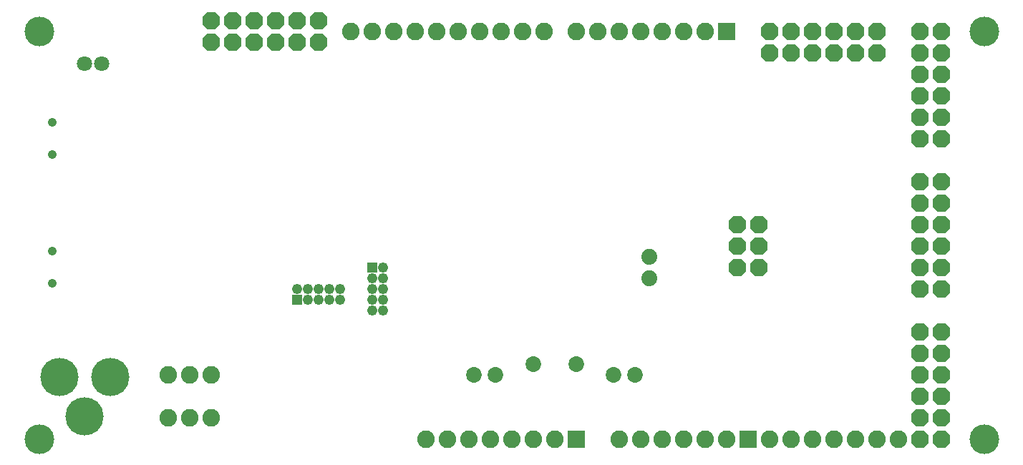
<source format=gbs>
G75*
%MOIN*%
%OFA0B0*%
%FSLAX24Y24*%
%IPPOS*%
%LPD*%
%AMOC8*
5,1,8,0,0,1.08239X$1,22.5*
%
%ADD10C,0.0710*%
%ADD11C,0.1780*%
%ADD12C,0.0820*%
%ADD13R,0.0820X0.0820*%
%ADD14OC8,0.0820*%
%ADD15R,0.0490X0.0490*%
%ADD16C,0.0490*%
%ADD17C,0.0415*%
%ADD18C,0.0730*%
%ADD19C,0.0740*%
%ADD20C,0.1380*%
D10*
X009366Y030000D03*
X010153Y030000D03*
D11*
X010553Y015400D03*
X008191Y015400D03*
X009372Y013550D03*
D12*
X013260Y013500D03*
X014260Y013500D03*
X015260Y013500D03*
X015260Y015500D03*
X014260Y015500D03*
X013260Y015500D03*
X025260Y012500D03*
X026260Y012500D03*
X027260Y012500D03*
X028260Y012500D03*
X029260Y012500D03*
X030260Y012500D03*
X031260Y012500D03*
X034260Y012500D03*
X035260Y012500D03*
X036260Y012500D03*
X037260Y012500D03*
X038260Y012500D03*
X039260Y012500D03*
X041260Y012500D03*
X042260Y012500D03*
X043260Y012500D03*
X044260Y012500D03*
X045260Y012500D03*
X046260Y012500D03*
X047260Y012500D03*
X038260Y031500D03*
X037260Y031500D03*
X036260Y031500D03*
X035260Y031500D03*
X034260Y031500D03*
X033260Y031500D03*
X032260Y031500D03*
X030760Y031500D03*
X029760Y031500D03*
X028760Y031500D03*
X027760Y031500D03*
X026760Y031500D03*
X025760Y031500D03*
X024760Y031500D03*
X023760Y031500D03*
X022760Y031500D03*
X021760Y031500D03*
D13*
X039260Y031500D03*
X040260Y012500D03*
X032260Y012500D03*
D14*
X039760Y020500D03*
X040760Y020500D03*
X040760Y021500D03*
X040760Y022500D03*
X039760Y022500D03*
X039760Y021500D03*
X048260Y021500D03*
X049260Y021500D03*
X049260Y022500D03*
X048260Y022500D03*
X048260Y023500D03*
X049260Y023500D03*
X049260Y024500D03*
X048260Y024500D03*
X048260Y026500D03*
X049260Y026500D03*
X049260Y027500D03*
X048260Y027500D03*
X048260Y028500D03*
X049260Y028500D03*
X049260Y029500D03*
X048260Y029500D03*
X048260Y030500D03*
X049260Y030500D03*
X049260Y031500D03*
X048260Y031500D03*
X046260Y031500D03*
X045260Y031500D03*
X044260Y031500D03*
X043260Y031500D03*
X042260Y031500D03*
X041260Y031500D03*
X041260Y030500D03*
X042260Y030500D03*
X043260Y030500D03*
X044260Y030500D03*
X045260Y030500D03*
X046260Y030500D03*
X048260Y020500D03*
X049260Y020500D03*
X049260Y019500D03*
X048260Y019500D03*
X048260Y017500D03*
X049260Y017500D03*
X049260Y016500D03*
X048260Y016500D03*
X048260Y015500D03*
X049260Y015500D03*
X049260Y014500D03*
X048260Y014500D03*
X048260Y013500D03*
X049260Y013500D03*
X049260Y012500D03*
X048260Y012500D03*
X020260Y031000D03*
X019260Y031000D03*
X018260Y031000D03*
X017260Y031000D03*
X016260Y031000D03*
X015260Y031000D03*
X015260Y032000D03*
X016260Y032000D03*
X017260Y032000D03*
X018260Y032000D03*
X019260Y032000D03*
X020260Y032000D03*
D15*
X022760Y020500D03*
X019260Y019000D03*
D16*
X019760Y019000D03*
X020260Y019000D03*
X020760Y019000D03*
X021260Y019000D03*
X021260Y019500D03*
X020760Y019500D03*
X020260Y019500D03*
X019760Y019500D03*
X019260Y019500D03*
X022760Y019500D03*
X023260Y019500D03*
X023260Y019000D03*
X022760Y019000D03*
X022760Y018500D03*
X023260Y018500D03*
X023260Y020000D03*
X022760Y020000D03*
X023260Y020500D03*
D17*
X007876Y019752D03*
X007876Y021248D03*
X007876Y025752D03*
X007876Y027248D03*
D18*
X027510Y015500D03*
X028510Y015500D03*
X030260Y016000D03*
X032260Y016000D03*
X034010Y015500D03*
X035010Y015500D03*
D19*
X035660Y020000D03*
X035660Y021000D03*
D20*
X007260Y012500D03*
X007260Y031500D03*
X051260Y031500D03*
X051260Y012500D03*
M02*

</source>
